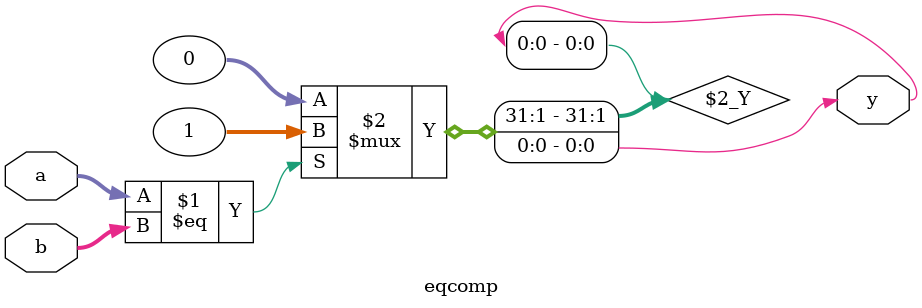
<source format=sv>
`timescale 1ns / 1ps


module eqcomp(
input logic [31:0] a,b,
output logic y
    );
    
    assign y = (a==b)?1:0;
    
endmodule

</source>
